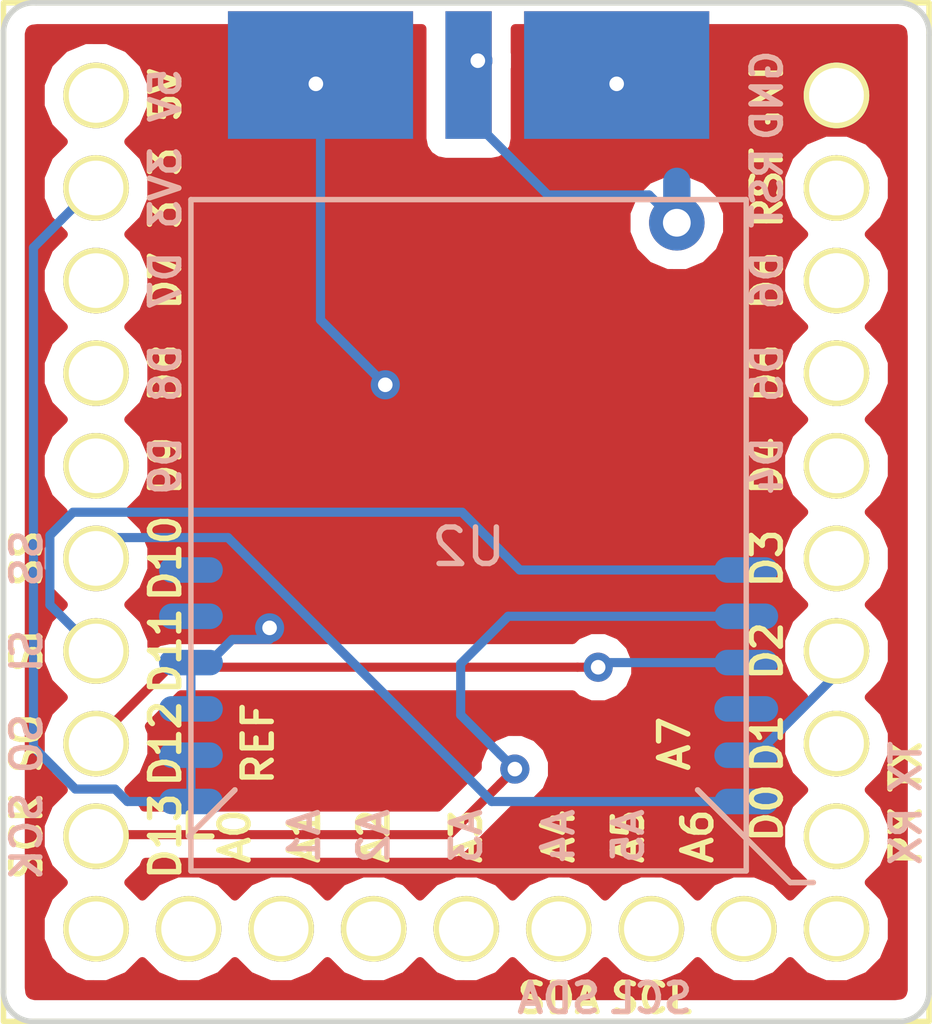
<source format=kicad_pcb>
(kicad_pcb (version 20171130) (host pcbnew no-vcs-found-7586afd~61~ubuntu17.10.1)

  (general
    (thickness 1.6)
    (drawings 8)
    (tracks 60)
    (zones 0)
    (modules 3)
    (nets 17)
  )

  (page A4)
  (layers
    (0 F.Cu signal)
    (31 B.Cu signal)
    (32 B.Adhes user)
    (33 F.Adhes user)
    (34 B.Paste user)
    (35 F.Paste user)
    (36 B.SilkS user)
    (37 F.SilkS user)
    (38 B.Mask user)
    (39 F.Mask user)
    (40 Dwgs.User user)
    (41 Cmts.User user)
    (42 Eco1.User user)
    (43 Eco2.User user)
    (44 Edge.Cuts user)
    (45 Margin user)
    (46 B.CrtYd user)
    (47 F.CrtYd user)
    (48 B.Fab user)
    (49 F.Fab user)
  )

  (setup
    (last_trace_width 0.25)
    (trace_clearance 0.2)
    (zone_clearance 0.508)
    (zone_45_only no)
    (trace_min 0.2)
    (segment_width 0.2)
    (edge_width 0.15)
    (via_size 0.8)
    (via_drill 0.4)
    (via_min_size 0.4)
    (via_min_drill 0.3)
    (uvia_size 0.3)
    (uvia_drill 0.1)
    (uvias_allowed no)
    (uvia_min_size 0.2)
    (uvia_min_drill 0.1)
    (pcb_text_width 0.3)
    (pcb_text_size 1.5 1.5)
    (mod_edge_width 0.15)
    (mod_text_size 1 1)
    (mod_text_width 0.15)
    (pad_size 1.524 1.524)
    (pad_drill 0.762)
    (pad_to_mask_clearance 0.2)
    (aux_axis_origin 0 0)
    (visible_elements FFFFFF7F)
    (pcbplotparams
      (layerselection 0x010fc_ffffffff)
      (usegerberextensions false)
      (usegerberattributes false)
      (usegerberadvancedattributes false)
      (creategerberjobfile false)
      (excludeedgelayer true)
      (linewidth 0.100000)
      (plotframeref false)
      (viasonmask false)
      (mode 1)
      (useauxorigin false)
      (hpglpennumber 1)
      (hpglpenspeed 20)
      (hpglpendiameter 15)
      (psnegative false)
      (psa4output false)
      (plotreference true)
      (plotvalue true)
      (plotinvisibletext false)
      (padsonsilk false)
      (subtractmaskfromsilk false)
      (outputformat 1)
      (mirror false)
      (drillshape 0)
      (scaleselection 1)
      (outputdirectory ""))
  )

  (net 0 "")
  (net 1 GND)
  (net 2 "Net-(J1-Pad1)")
  (net 3 +3V3)
  (net 4 SS)
  (net 5 MOSI)
  (net 6 MISO)
  (net 7 SCLK)
  (net 8 "Net-(U1-Pad9)")
  (net 9 "Net-(U1-Pad8)")
  (net 10 GDO0)
  (net 11 "Net-(U1-Pad5)")
  (net 12 "Net-(U1-Pad4)")
  (net 13 "Net-(U1-Pad3)")
  (net 14 "Net-(U1-Pad2)")
  (net 15 "Net-(U1-Pad6)")
  (net 16 "Net-(U2-Pad4)")

  (net_class Default "This is the default net class."
    (clearance 0.2)
    (trace_width 0.25)
    (via_dia 0.8)
    (via_drill 0.4)
    (uvia_dia 0.3)
    (uvia_drill 0.1)
    (add_net +3V3)
    (add_net GDO0)
    (add_net GND)
    (add_net MISO)
    (add_net MOSI)
    (add_net "Net-(J1-Pad1)")
    (add_net "Net-(U1-Pad2)")
    (add_net "Net-(U1-Pad3)")
    (add_net "Net-(U1-Pad4)")
    (add_net "Net-(U1-Pad5)")
    (add_net "Net-(U1-Pad6)")
    (add_net "Net-(U1-Pad8)")
    (add_net "Net-(U1-Pad9)")
    (add_net "Net-(U2-Pad4)")
    (add_net SCLK)
    (add_net SS)
  )

  (module lib:CC1101-868MHz-Module (layer B.Cu) (tedit 5A42B5C7) (tstamp 5A36BEC2)
    (at 136.906 59.69 180)
    (descr http://www.digirf.com/XWFU/2013/4f3751b81deca976.pdf)
    (path /5A357AC8)
    (fp_text reference U2 (at 0 0 180) (layer B.SilkS)
      (effects (font (size 1 1) (thickness 0.15)) (justify mirror))
    )
    (fp_text value CC1101-868MHz-Module (at 0 11 180) (layer B.Fab)
      (effects (font (size 1 1) (thickness 0.15)) (justify mirror))
    )
    (fp_line (start -7.62 -8.89) (end -7.62 9.525) (layer B.SilkS) (width 0.15))
    (fp_line (start 7.62 9.525) (end 7.62 -8.89) (layer B.SilkS) (width 0.15))
    (fp_line (start 7.62 9.525) (end -7.62 9.525) (layer B.SilkS) (width 0.15))
    (fp_line (start -7.62 -8.89) (end 7.62 -8.89) (layer B.SilkS) (width 0.15))
    (pad ANT smd oval (at -5.715 9.525 90) (size 1.75 0.75) (layers B.Cu B.Paste B.Mask)
      (net 2 "Net-(J1-Pad1)"))
    (pad ANT thru_hole circle (at -5.715 8.89 180) (size 1.524 1.524) (drill 0.762) (layers *.Cu *.Mask)
      (net 2 "Net-(J1-Pad1)"))
    (pad 12 smd oval (at 7.62 -0.635 180) (size 1.75 0.7) (layers B.Cu B.Paste B.Mask))
    (pad 11 smd oval (at 7.62 -1.905 180) (size 1.75 0.7) (layers B.Cu B.Paste B.Mask))
    (pad 10 smd oval (at 7.62 -3.175 180) (size 1.75 0.7) (layers B.Cu B.Paste B.Mask)
      (net 1 GND))
    (pad 9 smd oval (at 7.62 -4.445 180) (size 1.75 0.7) (layers B.Cu B.Paste B.Mask)
      (net 1 GND))
    (pad 8 smd oval (at 7.62 -5.715 180) (size 1.75 0.7) (layers B.Cu B.Paste B.Mask)
      (net 3 +3V3))
    (pad 7 smd oval (at 7.62 -6.985 180) (size 1.75 0.7) (layers B.Cu B.Paste B.Mask)
      (net 3 +3V3))
    (pad 6 smd oval (at -7.62 -6.985 180) (size 1.75 0.7) (layers B.Cu B.Paste B.Mask)
      (net 4 SS))
    (pad 5 smd oval (at -7.62 -5.715 180) (size 1.75 0.7) (layers B.Cu B.Paste B.Mask)
      (net 10 GDO0))
    (pad 4 smd oval (at -7.62 -4.445 180) (size 1.75 0.7) (layers B.Cu B.Paste B.Mask)
      (net 16 "Net-(U2-Pad4)"))
    (pad 3 smd oval (at -7.62 -3.175 180) (size 1.75 0.7) (layers B.Cu B.Paste B.Mask)
      (net 6 MISO))
    (pad 2 smd oval (at -7.62 -1.905 180) (size 1.75 0.7) (layers B.Cu B.Paste B.Mask)
      (net 7 SCLK))
    (pad 1 smd oval (at -7.62 -0.635 180) (size 1.75 0.7) (layers B.Cu B.Paste B.Mask)
      (net 5 MOSI))
  )

  (module lib:microduino (layer F.Cu) (tedit 5A364307) (tstamp 5A3679E6)
    (at 136.8425 60.0075)
    (tags "foont print ruotato mettere i comp su F Cu")
    (path /5A357CC2)
    (fp_text reference U1 (at 0 -7.62) (layer F.SilkS) hide
      (effects (font (size 1.5 1.5) (thickness 0.15)))
    )
    (fp_text value Microduino (at 0 0) (layer F.SilkS) hide
      (effects (font (size 1.5 1.5) (thickness 0.15)))
    )
    (fp_text user GND (at 8.255 -12.7 90) (layer B.SilkS)
      (effects (font (size 0.8 0.8) (thickness 0.15)) (justify mirror))
    )
    (fp_text user RST (at 8.255 -10.16 90) (layer B.SilkS)
      (effects (font (size 0.8 0.8) (thickness 0.15)) (justify mirror))
    )
    (fp_text user D6 (at 8.255 -7.62 90) (layer B.SilkS)
      (effects (font (size 0.8 0.8) (thickness 0.15)) (justify mirror))
    )
    (fp_text user D5 (at 8.255 -5.08 90) (layer B.SilkS)
      (effects (font (size 0.8 0.8) (thickness 0.15)) (justify mirror))
    )
    (fp_text user D4 (at 8.255 -2.54 90) (layer B.SilkS)
      (effects (font (size 0.8 0.8) (thickness 0.15)) (justify mirror))
    )
    (fp_text user D3 (at 8.255 0 90) (layer F.SilkS)
      (effects (font (size 0.8 0.8) (thickness 0.15)))
    )
    (fp_text user D1 (at 8.255 5.08 90) (layer F.SilkS)
      (effects (font (size 0.8 0.8) (thickness 0.15)))
    )
    (fp_text user D0 (at 8.255 6.985 90) (layer F.SilkS)
      (effects (font (size 0.8 0.8) (thickness 0.15)))
    )
    (fp_text user RX (at 12.065 7.62 90) (layer B.SilkS)
      (effects (font (size 0.8 0.8) (thickness 0.15)) (justify mirror))
    )
    (fp_text user TX (at 12.065 5.715 90) (layer B.SilkS)
      (effects (font (size 0.8 0.8) (thickness 0.15)) (justify mirror))
    )
    (fp_line (start 9.525 8.89) (end 8.89 8.89) (layer B.SilkS) (width 0.15))
    (fp_text user A5 (at 4.445 7.62 90) (layer B.SilkS)
      (effects (font (size 0.8 0.8) (thickness 0.15)) (justify mirror))
    )
    (fp_text user A4 (at 2.54 7.62 90) (layer B.SilkS)
      (effects (font (size 0.8 0.8) (thickness 0.15)) (justify mirror))
    )
    (fp_text user A3 (at 0 7.62 90) (layer B.SilkS)
      (effects (font (size 0.8 0.8) (thickness 0.15)) (justify mirror))
    )
    (fp_text user A2 (at -2.54 7.62 90) (layer F.SilkS)
      (effects (font (size 0.8 0.8) (thickness 0.15)))
    )
    (fp_text user A1 (at -4.445 7.62 90) (layer F.SilkS)
      (effects (font (size 0.8 0.8) (thickness 0.15)))
    )
    (fp_line (start 6.35 6.35) (end 8.89 8.89) (layer B.SilkS) (width 0.15))
    (fp_text user D12 (at -8.255 5.08 90) (layer F.SilkS)
      (effects (font (size 0.8 0.8) (thickness 0.15)))
    )
    (fp_text user D9 (at -8.255 -2.54 90) (layer B.SilkS)
      (effects (font (size 0.8 0.8) (thickness 0.15)) (justify mirror))
    )
    (fp_text user D8 (at -8.255 -5.08 90) (layer B.SilkS)
      (effects (font (size 0.8 0.8) (thickness 0.15)) (justify mirror))
    )
    (fp_text user D7 (at -8.255 -7.62 90) (layer B.SilkS)
      (effects (font (size 0.8 0.8) (thickness 0.15)) (justify mirror))
    )
    (fp_text user 3V3 (at -8.255 -10.16 90) (layer B.SilkS)
      (effects (font (size 0.8 0.8) (thickness 0.15)) (justify mirror))
    )
    (fp_text user 5V (at -8.255 -12.7 90) (layer B.SilkS)
      (effects (font (size 0.8 0.8) (thickness 0.15)) (justify mirror))
    )
    (fp_line (start -7.62 7.62) (end -6.985 7.62) (layer F.SilkS) (width 0.15))
    (fp_line (start -7.62 6.985) (end -7.62 7.62) (layer F.SilkS) (width 0.15))
    (fp_line (start -7.62 7.62) (end -7.62 6.985) (layer F.SilkS) (width 0.15))
    (fp_line (start -6.35 6.35) (end -7.62 7.62) (layer B.SilkS) (width 0.15))
    (fp_text user SCK (at -12.065 7.62 90) (layer B.SilkS)
      (effects (font (size 0.8 0.8) (thickness 0.15)) (justify mirror))
    )
    (fp_text user SO (at -12.065 5.08 90) (layer B.SilkS)
      (effects (font (size 0.8 0.8) (thickness 0.15)) (justify mirror))
    )
    (fp_text user SI (at -12.065 2.54 90) (layer B.SilkS)
      (effects (font (size 0.8 0.8) (thickness 0.15)) (justify mirror))
    )
    (fp_text user SS (at -12.065 0 90) (layer B.SilkS)
      (effects (font (size 0.8 0.8) (thickness 0.15)) (justify mirror))
    )
    (fp_text user SDA (at 2.54 12.065 180) (layer F.SilkS)
      (effects (font (size 0.8 0.8) (thickness 0.15)))
    )
    (fp_text user SCL (at 5.08 12.065 180) (layer B.SilkS)
      (effects (font (size 0.8 0.8) (thickness 0.15)) (justify mirror))
    )
    (fp_text user SDA (at 2.54 12.065 180) (layer B.SilkS)
      (effects (font (size 0.8 0.8) (thickness 0.15)) (justify mirror))
    )
    (fp_text user SCL (at 5.08 12.065 180) (layer F.SilkS)
      (effects (font (size 0.8 0.8) (thickness 0.15)))
    )
    (fp_text user SS (at -12.065 0 90) (layer F.SilkS)
      (effects (font (size 0.8 0.8) (thickness 0.15)))
    )
    (fp_text user SI (at -12.065 2.54 90) (layer F.SilkS)
      (effects (font (size 0.8 0.8) (thickness 0.15)))
    )
    (fp_text user SO (at -12.065 5.08 90) (layer F.SilkS)
      (effects (font (size 0.8 0.8) (thickness 0.15)))
    )
    (fp_text user SCK (at -12.065 7.62 90) (layer F.SilkS)
      (effects (font (size 0.8 0.8) (thickness 0.15)))
    )
    (fp_line (start -6.35 6.35) (end -7.62 7.62) (layer F.SilkS) (width 0.15))
    (fp_line (start -7.62 7.62) (end -7.62 6.985) (layer F.SilkS) (width 0.15))
    (fp_line (start -7.62 6.985) (end -7.62 7.62) (layer F.SilkS) (width 0.15))
    (fp_line (start -7.62 7.62) (end -6.985 7.62) (layer F.SilkS) (width 0.15))
    (fp_text user 5V (at -8.255 -12.7 90) (layer F.SilkS)
      (effects (font (size 0.8 0.8) (thickness 0.15)))
    )
    (fp_text user 3V3 (at -8.255 -10.16 90) (layer F.SilkS)
      (effects (font (size 0.8 0.8) (thickness 0.15)))
    )
    (fp_text user D7 (at -8.255 -7.62 90) (layer F.SilkS)
      (effects (font (size 0.8 0.8) (thickness 0.15)))
    )
    (fp_text user D8 (at -8.255 -5.08 90) (layer F.SilkS)
      (effects (font (size 0.8 0.8) (thickness 0.15)))
    )
    (fp_text user D9 (at -8.255 -2.54 90) (layer F.SilkS)
      (effects (font (size 0.8 0.8) (thickness 0.15)))
    )
    (fp_text user D10 (at -8.255 0 90) (layer F.SilkS)
      (effects (font (size 0.8 0.8) (thickness 0.15)))
    )
    (fp_text user D11 (at -8.255 2.54 90) (layer F.SilkS)
      (effects (font (size 0.8 0.8) (thickness 0.15)))
    )
    (fp_text user D13 (at -8.255 7.62 90) (layer F.SilkS)
      (effects (font (size 0.8 0.8) (thickness 0.15)))
    )
    (fp_text user REF (at -5.715 5.08 90) (layer F.SilkS)
      (effects (font (size 0.8 0.8) (thickness 0.15)))
    )
    (fp_line (start 6.35 6.35) (end 8.89 8.89) (layer F.SilkS) (width 0.15))
    (fp_text user A0 (at -6.35 7.62 90) (layer F.SilkS)
      (effects (font (size 0.8 0.8) (thickness 0.15)))
    )
    (fp_text user A1 (at -4.445 7.62 90) (layer B.SilkS)
      (effects (font (size 0.8 0.8) (thickness 0.15)) (justify mirror))
    )
    (fp_text user A2 (at -2.54 7.62 90) (layer B.SilkS)
      (effects (font (size 0.8 0.8) (thickness 0.15)) (justify mirror))
    )
    (fp_text user A3 (at 0 7.62 90) (layer F.SilkS)
      (effects (font (size 0.8 0.8) (thickness 0.15)))
    )
    (fp_text user A4 (at 2.54 7.62 90) (layer F.SilkS)
      (effects (font (size 0.8 0.8) (thickness 0.15)))
    )
    (fp_text user A5 (at 4.445 7.62 90) (layer F.SilkS)
      (effects (font (size 0.8 0.8) (thickness 0.15)))
    )
    (fp_text user A6 (at 6.35 7.62 270) (layer F.SilkS)
      (effects (font (size 0.8 0.8) (thickness 0.15)))
    )
    (fp_text user A7 (at 5.715 5.08 90) (layer F.SilkS)
      (effects (font (size 0.8 0.8) (thickness 0.15)))
    )
    (fp_line (start 9.525 8.89) (end 8.89 8.89) (layer F.SilkS) (width 0.15))
    (fp_text user TX (at 12.065 5.715 90) (layer F.SilkS)
      (effects (font (size 0.8 0.8) (thickness 0.15)))
    )
    (fp_text user RX (at 12.065 7.62 90) (layer F.SilkS)
      (effects (font (size 0.8 0.8) (thickness 0.15)))
    )
    (fp_text user D2 (at 8.255 2.54 90) (layer F.SilkS)
      (effects (font (size 0.8 0.8) (thickness 0.15)))
    )
    (fp_text user D4 (at 8.255 -2.54 90) (layer F.SilkS)
      (effects (font (size 0.8 0.8) (thickness 0.15)))
    )
    (fp_text user D5 (at 8.255 -5.08 90) (layer F.SilkS)
      (effects (font (size 0.8 0.8) (thickness 0.15)))
    )
    (fp_text user D6 (at 8.255 -7.62 90) (layer F.SilkS)
      (effects (font (size 0.8 0.8) (thickness 0.15)))
    )
    (fp_text user RST (at 8.255 -10.16 90) (layer F.SilkS)
      (effects (font (size 0.8 0.8) (thickness 0.15)))
    )
    (fp_text user GND (at 8.255 -12.7 90) (layer F.SilkS)
      (effects (font (size 0.8 0.8) (thickness 0.15)))
    )
    (fp_line (start -12.7 12.7) (end -12.7 -15.24) (layer F.SilkS) (width 0.15))
    (fp_line (start 12.7 12.7) (end -12.7 12.7) (layer F.SilkS) (width 0.15))
    (fp_line (start 12.7 -15.24) (end 12.7 12.7) (layer F.SilkS) (width 0.15))
    (fp_line (start -12.7 -15.24) (end 12.7 -15.24) (layer F.SilkS) (width 0.15))
    (pad 9 thru_hole circle (at 10.16 7.62) (size 1.8 1.8) (drill 1.5) (layers *.Cu *.Mask F.SilkS)
      (net 8 "Net-(U1-Pad9)"))
    (pad 8 thru_hole circle (at 10.16 5.08) (size 1.8 1.8) (drill 1.5) (layers *.Cu *.Mask F.SilkS)
      (net 9 "Net-(U1-Pad8)"))
    (pad 7 thru_hole circle (at 10.16 2.54) (size 1.8 1.8) (drill 1.5) (layers *.Cu *.Mask F.SilkS)
      (net 10 GDO0))
    (pad 6 thru_hole circle (at 10.16 0) (size 1.8 1.8) (drill 1.5) (layers *.Cu *.Mask F.SilkS)
      (net 15 "Net-(U1-Pad6)"))
    (pad 5 thru_hole circle (at 10.16 -2.54) (size 1.8 1.8) (drill 1.5) (layers *.Cu *.Mask F.SilkS)
      (net 11 "Net-(U1-Pad5)"))
    (pad 4 thru_hole circle (at 10.16 -5.08) (size 1.8 1.8) (drill 1.5) (layers *.Cu *.Mask F.SilkS)
      (net 12 "Net-(U1-Pad4)"))
    (pad 3 thru_hole circle (at 10.16 -7.62) (size 1.8 1.8) (drill 1.5) (layers *.Cu *.Mask F.SilkS)
      (net 13 "Net-(U1-Pad3)"))
    (pad 2 thru_hole circle (at 10.16 -10.16) (size 1.8 1.8) (drill 1.5) (layers *.Cu *.Mask F.SilkS)
      (net 14 "Net-(U1-Pad2)"))
    (pad 1 thru_hole circle (at 10.16 -12.7) (size 1.8 1.8) (drill 1.5) (layers *.Cu *.Mask F.SilkS)
      (net 1 GND))
    (pad 1 thru_hole circle (at 10.16 -12.7) (size 1.8 1.8) (drill 1.5) (layers *.Cu *.Mask F.SilkS)
      (net 1 GND))
    (pad 10 thru_hole circle (at 10.16 10.16) (size 1.8 1.8) (drill 1.5) (layers *.Cu *.Mask F.SilkS))
    (pad 2 thru_hole circle (at 10.16 -10.16) (size 1.8 1.8) (drill 1.5) (layers *.Cu *.Mask F.SilkS)
      (net 14 "Net-(U1-Pad2)"))
    (pad 3 thru_hole circle (at 10.16 -7.62) (size 1.8 1.8) (drill 1.5) (layers *.Cu *.Mask F.SilkS)
      (net 13 "Net-(U1-Pad3)"))
    (pad 4 thru_hole circle (at 10.16 -5.08) (size 1.8 1.8) (drill 1.5) (layers *.Cu *.Mask F.SilkS)
      (net 12 "Net-(U1-Pad4)"))
    (pad 5 thru_hole circle (at 10.16 -2.54) (size 1.8 1.8) (drill 1.5) (layers *.Cu *.Mask F.SilkS)
      (net 11 "Net-(U1-Pad5)"))
    (pad 6 thru_hole circle (at 10.16 0) (size 1.8 1.8) (drill 1.5) (layers *.Cu *.Mask F.SilkS)
      (net 15 "Net-(U1-Pad6)"))
    (pad 7 thru_hole circle (at 10.16 2.54) (size 1.8 1.8) (drill 1.5) (layers *.Cu *.Mask F.SilkS)
      (net 10 GDO0))
    (pad 8 thru_hole circle (at 10.16 5.08) (size 1.8 1.8) (drill 1.5) (layers *.Cu *.Mask F.SilkS)
      (net 9 "Net-(U1-Pad8)"))
    (pad 9 thru_hole circle (at 10.16 7.62) (size 1.8 1.8) (drill 1.5) (layers *.Cu *.Mask F.SilkS)
      (net 8 "Net-(U1-Pad9)"))
    (pad 11 thru_hole circle (at 7.62 10.16) (size 1.8 1.8) (drill 1.5) (layers *.Cu *.Mask F.SilkS))
    (pad 12 thru_hole circle (at 5.08 10.16) (size 1.8 1.8) (drill 1.5) (layers *.Cu *.Mask F.SilkS))
    (pad 13 thru_hole circle (at 2.54 10.16) (size 1.8 1.8) (drill 1.5) (layers *.Cu *.Mask F.SilkS))
    (pad 14 thru_hole circle (at 0 10.16) (size 1.8 1.8) (drill 1.5) (layers *.Cu *.Mask F.SilkS))
    (pad 15 thru_hole circle (at -2.54 10.16) (size 1.8 1.8) (drill 1.5) (layers *.Cu *.Mask F.SilkS))
    (pad 16 thru_hole circle (at -5.08 10.16) (size 1.8 1.8) (drill 1.5) (layers *.Cu *.Mask F.SilkS))
    (pad 17 thru_hole circle (at -7.62 10.16) (size 1.8 1.8) (drill 1.5) (layers *.Cu *.Mask F.SilkS))
    (pad 18 thru_hole circle (at -10.16 10.16) (size 1.8 1.8) (drill 1.5) (layers *.Cu *.Mask F.SilkS))
    (pad 19 thru_hole circle (at -10.16 7.62) (size 1.8 1.8) (drill 1.5) (layers *.Cu *.Mask F.SilkS)
      (net 7 SCLK))
    (pad 20 thru_hole circle (at -10.16 5.08) (size 1.8 1.8) (drill 1.5) (layers *.Cu *.Mask F.SilkS)
      (net 6 MISO))
    (pad 21 thru_hole circle (at -10.16 2.54) (size 1.8 1.8) (drill 1.5) (layers *.Cu *.Mask F.SilkS)
      (net 5 MOSI))
    (pad 22 thru_hole circle (at -10.16 0) (size 1.8 1.8) (drill 1.5) (layers *.Cu *.Mask F.SilkS)
      (net 4 SS))
    (pad 23 thru_hole circle (at -10.16 -2.54) (size 1.8 1.8) (drill 1.5) (layers *.Cu *.Mask F.SilkS))
    (pad 24 thru_hole circle (at -10.16 -5.08) (size 1.8 1.8) (drill 1.5) (layers *.Cu *.Mask F.SilkS))
    (pad 25 thru_hole circle (at -10.16 -7.62) (size 1.8 1.8) (drill 1.5) (layers *.Cu *.Mask F.SilkS))
    (pad 26 thru_hole circle (at -10.16 -10.16) (size 1.8 1.8) (drill 1.5) (layers *.Cu *.Mask F.SilkS)
      (net 3 +3V3))
    (pad 27 thru_hole circle (at -10.16 -12.7) (size 1.8 1.8) (drill 1.5) (layers *.Cu *.Mask F.SilkS))
  )

  (module lib:SMA_EDGE (layer F.Cu) (tedit 5A3642DC) (tstamp 5A367AF3)
    (at 136.906 48.514)
    (path /5A3598C7)
    (fp_text reference J1 (at 0 -6.35) (layer F.SilkS) hide
      (effects (font (size 1.5 1.5) (thickness 0.15)))
    )
    (fp_text value Conn_Coaxial (at 0 -6.35 180) (layer F.SilkS) hide
      (effects (font (size 1.5 1.5) (thickness 0.15)))
    )
    (pad 2 smd rect (at -4.064 -1.7653) (size 5.08 3.5) (layers F.Cu F.Paste F.Mask)
      (net 1 GND))
    (pad 2 smd rect (at 4.064 -1.7653) (size 5.08 3.5) (layers F.Cu F.Paste F.Mask)
      (net 1 GND))
    (pad 1 smd rect (at 0 -1.7653) (size 1.27 3.5) (layers B.Cu B.Paste B.Mask)
      (net 2 "Net-(J1-Pad1)"))
    (pad 2 smd rect (at -4.064 -1.7653) (size 5.08 3.5) (layers B.Cu B.Paste B.Mask)
      (net 1 GND))
    (pad 2 smd rect (at 4.064 -1.7653) (size 5.08 3.5) (layers B.Cu B.Paste B.Mask)
      (net 1 GND))
    (pad 1 smd rect (at 0 -1.7653) (size 1.27 3.5) (layers F.Cu F.Paste F.Mask)
      (net 2 "Net-(J1-Pad1)"))
  )

  (gr_line (start 149.5425 71.9455) (end 149.5425 45.6565) (angle 90) (layer Edge.Cuts) (width 0.15))
  (gr_line (start 124.9045 72.7075) (end 148.6535 72.7075) (angle 90) (layer Edge.Cuts) (width 0.15))
  (gr_line (start 124.1425 45.5295) (end 124.1425 71.8185) (angle 90) (layer Edge.Cuts) (width 0.15))
  (gr_line (start 148.7805 44.7675) (end 125.0315 44.7675) (angle 90) (layer Edge.Cuts) (width 0.15))
  (gr_arc (start 124.968 71.882) (end 124.9045 72.7075) (angle 90) (layer Edge.Cuts) (width 0.15))
  (gr_arc (start 148.717 71.882) (end 149.5425 71.9455) (angle 90) (layer Edge.Cuts) (width 0.15))
  (gr_arc (start 148.717 45.593) (end 148.7805 44.7675) (angle 90) (layer Edge.Cuts) (width 0.15))
  (gr_arc (start 124.968 45.593) (end 124.1425 45.5295) (angle 90) (layer Edge.Cuts) (width 0.15))

  (via (at 137.16 46.355) (size 0.8) (drill 0.4) (layers F.Cu B.Cu) (net 2) (status 30))
  (segment (start 140.97 46.99) (end 137.795 50.165) (width 0.25) (layer F.Cu) (net 1) (status 10))
  (segment (start 137.795 50.165) (end 134.2583 50.165) (width 0.25) (layer F.Cu) (net 1))
  (segment (start 134.2583 50.165) (end 132.842 48.7487) (width 0.25) (layer F.Cu) (net 1))
  (segment (start 132.842 48.7487) (end 132.842 46.7487) (width 0.25) (layer F.Cu) (net 1) (status 20))
  (via (at 132.715 46.99) (size 0.8) (drill 0.4) (layers F.Cu B.Cu) (net 1) (status 30))
  (via (at 140.97 46.99) (size 0.8) (drill 0.4) (layers F.Cu B.Cu) (net 1) (status 30))
  (segment (start 140.97 46.7487) (end 146.4437 46.7487) (width 0.25) (layer F.Cu) (net 1) (status 30))
  (segment (start 146.4437 46.7487) (end 146.960001 47.265001) (width 0.25) (layer F.Cu) (net 1) (status 30))
  (segment (start 131.445 62.23) (end 131.445 58.42) (width 0.25) (layer F.Cu) (net 1))
  (segment (start 131.445 58.42) (end 134.62 55.245) (width 0.25) (layer F.Cu) (net 1))
  (segment (start 130.421 62.23) (end 131.445 62.23) (width 0.25) (layer B.Cu) (net 1))
  (via (at 131.445 61.9125) (size 0.8) (drill 0.4) (layers F.Cu B.Cu) (net 1))
  (segment (start 129.286 62.865) (end 129.786 62.865) (width 0.25) (layer B.Cu) (net 1) (status 30))
  (segment (start 129.786 62.865) (end 130.421 62.23) (width 0.25) (layer B.Cu) (net 1) (status 10))
  (segment (start 132.842 46.7487) (end 132.842 53.467) (width 0.25) (layer B.Cu) (net 1) (status 10))
  (segment (start 132.842 53.467) (end 134.62 55.245) (width 0.25) (layer B.Cu) (net 1))
  (segment (start 129.286 64.135) (end 129.286 62.865) (width 0.25) (layer B.Cu) (net 1) (status 30))
  (via (at 134.62 55.245) (size 0.8) (drill 0.4) (layers F.Cu B.Cu) (net 1))
  (segment (start 142.621 50.8) (end 141.859001 50.038001) (width 0.25) (layer B.Cu) (net 2) (status 10))
  (segment (start 141.859001 50.038001) (end 139.080301 50.038001) (width 0.25) (layer B.Cu) (net 2))
  (segment (start 139.080301 50.038001) (end 136.906 47.8637) (width 0.25) (layer B.Cu) (net 2) (status 20))
  (segment (start 136.906 47.8637) (end 136.906 46.7487) (width 0.25) (layer B.Cu) (net 2) (status 30))
  (segment (start 129.286 66.675) (end 127.543002 66.675) (width 0.25) (layer B.Cu) (net 3) (status 10))
  (segment (start 127.543002 66.675) (end 127.201504 66.333502) (width 0.25) (layer B.Cu) (net 3))
  (segment (start 127.201504 66.333502) (end 126.1155 66.333502) (width 0.25) (layer B.Cu) (net 3))
  (segment (start 126.1155 66.333502) (end 124.96499 65.182992) (width 0.25) (layer B.Cu) (net 3))
  (segment (start 124.96499 65.182992) (end 124.96499 51.480012) (width 0.25) (layer B.Cu) (net 3))
  (segment (start 124.96499 51.480012) (end 125.740002 50.705) (width 0.25) (layer B.Cu) (net 3))
  (segment (start 125.740002 50.705) (end 126.640001 49.805001) (width 0.25) (layer B.Cu) (net 3) (status 20))
  (segment (start 129.286 66.675) (end 129.286 65.405) (width 0.25) (layer B.Cu) (net 3) (status 30))
  (segment (start 137.541 66.675) (end 130.302 59.436) (width 0.25) (layer B.Cu) (net 4))
  (segment (start 127.169002 59.436) (end 126.640001 59.965001) (width 0.25) (layer B.Cu) (net 4) (status 30))
  (segment (start 144.526 66.675) (end 137.541 66.675) (width 0.25) (layer B.Cu) (net 4) (status 10))
  (segment (start 130.302 59.436) (end 127.169002 59.436) (width 0.25) (layer B.Cu) (net 4) (status 20))
  (segment (start 125.415 61.28) (end 125.415 59.377) (width 0.25) (layer B.Cu) (net 5))
  (segment (start 126.640001 62.505001) (end 125.415 61.28) (width 0.25) (layer B.Cu) (net 5) (status 10))
  (segment (start 125.415 59.377) (end 126.052 58.74) (width 0.25) (layer B.Cu) (net 5))
  (segment (start 138.31241 60.325) (end 144.526 60.325) (width 0.25) (layer B.Cu) (net 5) (status 20))
  (segment (start 126.052 58.74) (end 136.72741 58.74) (width 0.25) (layer B.Cu) (net 5))
  (segment (start 136.72741 58.74) (end 138.31241 60.325) (width 0.25) (layer B.Cu) (net 5))
  (segment (start 140.589 62.865) (end 140.462 62.992) (width 0.25) (layer B.Cu) (net 6))
  (via (at 140.462 62.992) (size 0.8) (drill 0.4) (layers F.Cu B.Cu) (net 6))
  (segment (start 139.896315 62.992) (end 140.462 62.992) (width 0.25) (layer F.Cu) (net 6))
  (segment (start 126.640001 65.045001) (end 128.693002 62.992) (width 0.25) (layer F.Cu) (net 6) (status 10))
  (segment (start 128.693002 62.992) (end 139.896315 62.992) (width 0.25) (layer F.Cu) (net 6))
  (segment (start 144.526 62.865) (end 140.589 62.865) (width 0.25) (layer B.Cu) (net 6) (status 10))
  (segment (start 136.688998 62.897998) (end 136.688998 64.298998) (width 0.25) (layer B.Cu) (net 7))
  (segment (start 137.776001 65.386001) (end 138.176 65.786) (width 0.25) (layer B.Cu) (net 7))
  (segment (start 137.991996 61.595) (end 136.688998 62.897998) (width 0.25) (layer B.Cu) (net 7))
  (segment (start 144.526 61.595) (end 137.991996 61.595) (width 0.25) (layer B.Cu) (net 7) (status 10))
  (segment (start 136.688998 64.298998) (end 137.776001 65.386001) (width 0.25) (layer B.Cu) (net 7))
  (segment (start 126.640001 67.585001) (end 136.376999 67.585001) (width 0.25) (layer F.Cu) (net 7) (status 10))
  (segment (start 136.376999 67.585001) (end 137.776001 66.185999) (width 0.25) (layer F.Cu) (net 7))
  (segment (start 137.776001 66.185999) (end 138.176 65.786) (width 0.25) (layer F.Cu) (net 7))
  (via (at 138.176 65.786) (size 0.8) (drill 0.4) (layers F.Cu B.Cu) (net 7))
  (segment (start 144.526 65.405) (end 144.787 65.405) (width 0.25) (layer B.Cu) (net 10) (status 30))
  (segment (start 144.787 65.405) (end 146.960001 63.231999) (width 0.25) (layer B.Cu) (net 10) (status 30))
  (segment (start 146.960001 63.231999) (end 146.960001 62.505001) (width 0.25) (layer B.Cu) (net 10) (status 30))
  (segment (start 144.526 64.135) (end 145.026 64.135) (width 0.25) (layer B.Cu) (net 16) (status 30))

  (zone (net 1) (net_name GND) (layer F.Cu) (tstamp 0) (hatch edge 0.508)
    (connect_pads yes (clearance 0.508))
    (min_thickness 0.254)
    (fill yes (arc_segments 16) (thermal_gap 0.508) (thermal_bridge_width 0.508))
    (polygon
      (pts
        (xy 124.333 45.0215) (xy 149.225 45.0215) (xy 149.225 72.4535) (xy 124.3965 72.4535)
      )
    )
    (filled_polygon
      (pts
        (xy 135.62356 48.4987) (xy 135.672843 48.746465) (xy 135.813191 48.956509) (xy 136.023235 49.096857) (xy 136.271 49.14614)
        (xy 137.541 49.14614) (xy 137.788765 49.096857) (xy 137.998809 48.956509) (xy 138.139157 48.746465) (xy 138.18844 48.4987)
        (xy 138.18844 46.577142) (xy 138.19482 46.561777) (xy 138.195179 46.150029) (xy 138.18844 46.133719) (xy 138.18844 45.4775)
        (xy 148.682934 45.4775) (xy 148.764065 45.500227) (xy 148.795984 45.525298) (xy 148.815881 45.560679) (xy 148.8325 45.699001)
        (xy 148.8325 71.847934) (xy 148.809774 71.929064) (xy 148.784701 71.960985) (xy 148.749321 71.980881) (xy 148.610999 71.9975)
        (xy 125.002066 71.9975) (xy 124.920936 71.974774) (xy 124.889015 71.949701) (xy 124.869119 71.914321) (xy 124.8525 71.775999)
        (xy 124.8525 47.611491) (xy 125.147235 47.611491) (xy 125.380432 48.175871) (xy 125.781682 48.577823) (xy 125.381949 48.976857)
        (xy 125.147767 49.54083) (xy 125.147235 50.151491) (xy 125.380432 50.715871) (xy 125.781682 51.117823) (xy 125.381949 51.516857)
        (xy 125.147767 52.08083) (xy 125.147235 52.691491) (xy 125.380432 53.255871) (xy 125.781682 53.657823) (xy 125.381949 54.056857)
        (xy 125.147767 54.62083) (xy 125.147235 55.231491) (xy 125.380432 55.795871) (xy 125.781682 56.197823) (xy 125.381949 56.596857)
        (xy 125.147767 57.16083) (xy 125.147235 57.771491) (xy 125.380432 58.335871) (xy 125.781682 58.737823) (xy 125.381949 59.136857)
        (xy 125.147767 59.70083) (xy 125.147235 60.311491) (xy 125.380432 60.875871) (xy 125.781682 61.277823) (xy 125.381949 61.676857)
        (xy 125.147767 62.24083) (xy 125.147235 62.851491) (xy 125.380432 63.415871) (xy 125.781682 63.817823) (xy 125.381949 64.216857)
        (xy 125.147767 64.78083) (xy 125.147235 65.391491) (xy 125.380432 65.955871) (xy 125.781682 66.357823) (xy 125.381949 66.756857)
        (xy 125.147767 67.32083) (xy 125.147235 67.931491) (xy 125.380432 68.495871) (xy 125.781682 68.897823) (xy 125.381949 69.296857)
        (xy 125.147767 69.86083) (xy 125.147235 70.471491) (xy 125.380432 71.035871) (xy 125.811857 71.468051) (xy 126.37583 71.702233)
        (xy 126.986491 71.702765) (xy 127.550871 71.469568) (xy 127.952823 71.068318) (xy 128.351857 71.468051) (xy 128.91583 71.702233)
        (xy 129.526491 71.702765) (xy 130.090871 71.469568) (xy 130.492823 71.068318) (xy 130.891857 71.468051) (xy 131.45583 71.702233)
        (xy 132.066491 71.702765) (xy 132.630871 71.469568) (xy 133.032823 71.068318) (xy 133.431857 71.468051) (xy 133.99583 71.702233)
        (xy 134.606491 71.702765) (xy 135.170871 71.469568) (xy 135.572823 71.068318) (xy 135.971857 71.468051) (xy 136.53583 71.702233)
        (xy 137.146491 71.702765) (xy 137.710871 71.469568) (xy 138.112823 71.068318) (xy 138.511857 71.468051) (xy 139.07583 71.702233)
        (xy 139.686491 71.702765) (xy 140.250871 71.469568) (xy 140.652823 71.068318) (xy 141.051857 71.468051) (xy 141.61583 71.702233)
        (xy 142.226491 71.702765) (xy 142.790871 71.469568) (xy 143.192823 71.068318) (xy 143.591857 71.468051) (xy 144.15583 71.702233)
        (xy 144.766491 71.702765) (xy 145.330871 71.469568) (xy 145.732823 71.068318) (xy 146.131857 71.468051) (xy 146.69583 71.702233)
        (xy 147.306491 71.702765) (xy 147.870871 71.469568) (xy 148.303051 71.038143) (xy 148.537233 70.47417) (xy 148.537765 69.863509)
        (xy 148.304568 69.299129) (xy 147.903318 68.897177) (xy 148.303051 68.498143) (xy 148.537233 67.93417) (xy 148.537765 67.323509)
        (xy 148.304568 66.759129) (xy 147.903318 66.357177) (xy 148.303051 65.958143) (xy 148.537233 65.39417) (xy 148.537765 64.783509)
        (xy 148.304568 64.219129) (xy 147.903318 63.817177) (xy 148.303051 63.418143) (xy 148.537233 62.85417) (xy 148.537765 62.243509)
        (xy 148.304568 61.679129) (xy 147.903318 61.277177) (xy 148.303051 60.878143) (xy 148.537233 60.31417) (xy 148.537765 59.703509)
        (xy 148.304568 59.139129) (xy 147.903318 58.737177) (xy 148.303051 58.338143) (xy 148.537233 57.77417) (xy 148.537765 57.163509)
        (xy 148.304568 56.599129) (xy 147.903318 56.197177) (xy 148.303051 55.798143) (xy 148.537233 55.23417) (xy 148.537765 54.623509)
        (xy 148.304568 54.059129) (xy 147.903318 53.657177) (xy 148.303051 53.258143) (xy 148.537233 52.69417) (xy 148.537765 52.083509)
        (xy 148.304568 51.519129) (xy 147.903318 51.117177) (xy 148.303051 50.718143) (xy 148.537233 50.15417) (xy 148.537765 49.543509)
        (xy 148.304568 48.979129) (xy 147.873143 48.546949) (xy 147.30917 48.312767) (xy 146.698509 48.312235) (xy 146.134129 48.545432)
        (xy 145.701949 48.976857) (xy 145.467767 49.54083) (xy 145.467235 50.151491) (xy 145.700432 50.715871) (xy 146.101682 51.117823)
        (xy 145.701949 51.516857) (xy 145.467767 52.08083) (xy 145.467235 52.691491) (xy 145.700432 53.255871) (xy 146.101682 53.657823)
        (xy 145.701949 54.056857) (xy 145.467767 54.62083) (xy 145.467235 55.231491) (xy 145.700432 55.795871) (xy 146.101682 56.197823)
        (xy 145.701949 56.596857) (xy 145.467767 57.16083) (xy 145.467235 57.771491) (xy 145.700432 58.335871) (xy 146.101682 58.737823)
        (xy 145.701949 59.136857) (xy 145.467767 59.70083) (xy 145.467235 60.311491) (xy 145.700432 60.875871) (xy 146.101682 61.277823)
        (xy 145.701949 61.676857) (xy 145.467767 62.24083) (xy 145.467235 62.851491) (xy 145.700432 63.415871) (xy 146.101682 63.817823)
        (xy 145.701949 64.216857) (xy 145.467767 64.78083) (xy 145.467235 65.391491) (xy 145.700432 65.955871) (xy 146.101682 66.357823)
        (xy 145.701949 66.756857) (xy 145.467767 67.32083) (xy 145.467235 67.931491) (xy 145.700432 68.495871) (xy 146.101682 68.897823)
        (xy 145.732177 69.266682) (xy 145.333143 68.866949) (xy 144.76917 68.632767) (xy 144.158509 68.632235) (xy 143.594129 68.865432)
        (xy 143.192177 69.266682) (xy 142.793143 68.866949) (xy 142.22917 68.632767) (xy 141.618509 68.632235) (xy 141.054129 68.865432)
        (xy 140.652177 69.266682) (xy 140.253143 68.866949) (xy 139.68917 68.632767) (xy 139.078509 68.632235) (xy 138.514129 68.865432)
        (xy 138.112177 69.266682) (xy 137.713143 68.866949) (xy 137.14917 68.632767) (xy 136.538509 68.632235) (xy 135.974129 68.865432)
        (xy 135.572177 69.266682) (xy 135.173143 68.866949) (xy 134.60917 68.632767) (xy 133.998509 68.632235) (xy 133.434129 68.865432)
        (xy 133.032177 69.266682) (xy 132.633143 68.866949) (xy 132.06917 68.632767) (xy 131.458509 68.632235) (xy 130.894129 68.865432)
        (xy 130.492177 69.266682) (xy 130.093143 68.866949) (xy 129.52917 68.632767) (xy 128.918509 68.632235) (xy 128.354129 68.865432)
        (xy 127.952177 69.266682) (xy 127.583318 68.897177) (xy 127.983051 68.498143) (xy 128.046641 68.345001) (xy 136.376999 68.345001)
        (xy 136.667838 68.287149) (xy 136.9144 68.122402) (xy 138.215767 66.821035) (xy 138.380971 66.821179) (xy 138.761515 66.663942)
        (xy 139.052919 66.373046) (xy 139.21082 65.992777) (xy 139.211179 65.581029) (xy 139.053942 65.200485) (xy 138.763046 64.909081)
        (xy 138.382777 64.75118) (xy 137.971029 64.750821) (xy 137.590485 64.908058) (xy 137.299081 65.198954) (xy 137.14118 65.579223)
        (xy 137.141034 65.746164) (xy 136.062197 66.825001) (xy 128.011786 66.825001) (xy 127.984568 66.759129) (xy 127.583318 66.357177)
        (xy 127.983051 65.958143) (xy 128.217233 65.39417) (xy 128.217765 64.783509) (xy 128.147164 64.61264) (xy 129.007804 63.752)
        (xy 139.758239 63.752) (xy 139.874954 63.868919) (xy 140.255223 64.02682) (xy 140.666971 64.027179) (xy 141.047515 63.869942)
        (xy 141.338919 63.579046) (xy 141.49682 63.198777) (xy 141.497179 62.787029) (xy 141.339942 62.406485) (xy 141.049046 62.115081)
        (xy 140.668777 61.95718) (xy 140.257029 61.956821) (xy 139.876485 62.114058) (xy 139.758337 62.232) (xy 128.693002 62.232)
        (xy 128.402163 62.289852) (xy 128.217617 62.413161) (xy 128.217765 62.243509) (xy 127.984568 61.679129) (xy 127.583318 61.277177)
        (xy 127.983051 60.878143) (xy 128.217233 60.31417) (xy 128.217765 59.703509) (xy 127.984568 59.139129) (xy 127.583318 58.737177)
        (xy 127.983051 58.338143) (xy 128.217233 57.77417) (xy 128.217765 57.163509) (xy 127.984568 56.599129) (xy 127.583318 56.197177)
        (xy 127.983051 55.798143) (xy 128.217233 55.23417) (xy 128.217765 54.623509) (xy 127.984568 54.059129) (xy 127.583318 53.657177)
        (xy 127.983051 53.258143) (xy 128.217233 52.69417) (xy 128.217765 52.083509) (xy 127.984568 51.519129) (xy 127.583318 51.117177)
        (xy 127.623904 51.076661) (xy 141.223758 51.076661) (xy 141.43599 51.590303) (xy 141.82863 51.983629) (xy 142.3419 52.196757)
        (xy 142.897661 52.197242) (xy 143.411303 51.98501) (xy 143.804629 51.59237) (xy 144.017757 51.0791) (xy 144.018242 50.523339)
        (xy 143.80601 50.009697) (xy 143.41337 49.616371) (xy 142.9001 49.403243) (xy 142.344339 49.402758) (xy 141.830697 49.61499)
        (xy 141.437371 50.00763) (xy 141.224243 50.5209) (xy 141.223758 51.076661) (xy 127.623904 51.076661) (xy 127.983051 50.718143)
        (xy 128.217233 50.15417) (xy 128.217765 49.543509) (xy 127.984568 48.979129) (xy 127.583318 48.577177) (xy 127.983051 48.178143)
        (xy 128.217233 47.61417) (xy 128.217765 47.003509) (xy 127.984568 46.439129) (xy 127.553143 46.006949) (xy 126.98917 45.772767)
        (xy 126.378509 45.772235) (xy 125.814129 46.005432) (xy 125.381949 46.436857) (xy 125.147767 47.00083) (xy 125.147235 47.611491)
        (xy 124.8525 47.611491) (xy 124.8525 45.627066) (xy 124.875227 45.545935) (xy 124.900298 45.514016) (xy 124.935679 45.494119)
        (xy 125.074001 45.4775) (xy 135.62356 45.4775)
      )
    )
  )
)

</source>
